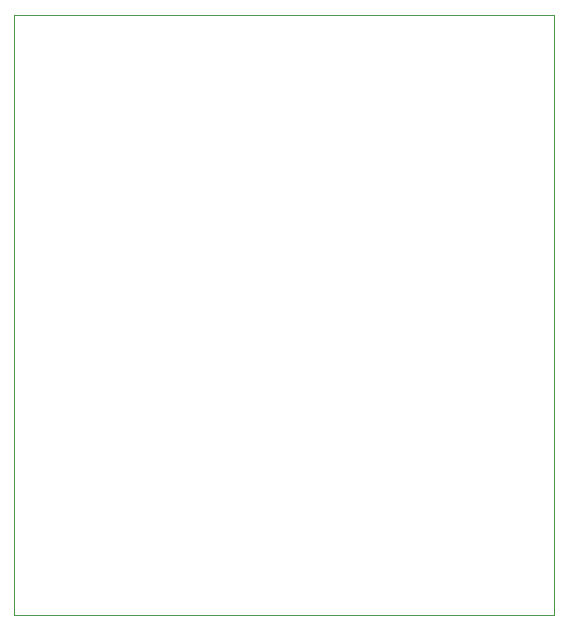
<source format=gbr>
%TF.GenerationSoftware,KiCad,Pcbnew,6.0.9-8da3e8f707~117~ubuntu20.04.1*%
%TF.CreationDate,2023-02-01T20:13:31-08:00*%
%TF.ProjectId,PiE_team_flag,5069455f-7465-4616-9d5f-666c61672e6b,rev?*%
%TF.SameCoordinates,Original*%
%TF.FileFunction,Profile,NP*%
%FSLAX46Y46*%
G04 Gerber Fmt 4.6, Leading zero omitted, Abs format (unit mm)*
G04 Created by KiCad (PCBNEW 6.0.9-8da3e8f707~117~ubuntu20.04.1) date 2023-02-01 20:13:31*
%MOMM*%
%LPD*%
G01*
G04 APERTURE LIST*
%TA.AperFunction,Profile*%
%ADD10C,0.100000*%
%TD*%
G04 APERTURE END LIST*
D10*
X139700000Y-81381600D02*
X185420000Y-81381600D01*
X185420000Y-81381600D02*
X185420000Y-132181600D01*
X185420000Y-132181600D02*
X139700000Y-132181600D01*
X139700000Y-132181600D02*
X139700000Y-81381600D01*
M02*

</source>
